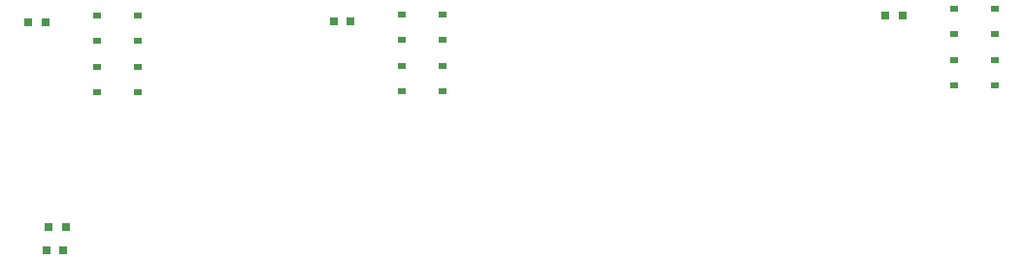
<source format=gbr>
G04 #@! TF.FileFunction,Paste,Top*
%FSLAX46Y46*%
G04 Gerber Fmt 4.6, Leading zero omitted, Abs format (unit mm)*
G04 Created by KiCad (PCBNEW 4.0.7) date 03/28/19 16:01:04*
%MOMM*%
%LPD*%
G01*
G04 APERTURE LIST*
%ADD10C,0.050000*%
%ADD11R,0.800000X0.480000*%
%ADD12R,0.719328X0.800608*%
%ADD13R,0.720000X0.800000*%
G04 APERTURE END LIST*
D10*
D11*
X174700000Y-114450000D03*
X174700000Y-116650000D03*
X178300000Y-114450000D03*
X178300000Y-116650000D03*
X178300000Y-112150000D03*
X178300000Y-109950000D03*
X174700000Y-112150000D03*
X174700000Y-109950000D03*
D12*
X170251840Y-110550000D03*
D13*
X168748160Y-110550000D03*
D11*
X126550000Y-114900000D03*
X126550000Y-117100000D03*
X130150000Y-114900000D03*
X130150000Y-117100000D03*
X130150000Y-112600000D03*
X130150000Y-110400000D03*
X126550000Y-112600000D03*
X126550000Y-110400000D03*
D12*
X122101840Y-111000000D03*
D13*
X120598160Y-111000000D03*
D12*
X97251840Y-129000000D03*
X95748160Y-129000000D03*
X97051840Y-131000000D03*
X95548160Y-131000000D03*
X95501840Y-111100000D03*
D13*
X93998160Y-111100000D03*
D11*
X103550000Y-112700000D03*
X103550000Y-110500000D03*
X99950000Y-112700000D03*
X99950000Y-110500000D03*
X99950000Y-115000000D03*
X99950000Y-117200000D03*
X103550000Y-115000000D03*
X103550000Y-117200000D03*
M02*

</source>
